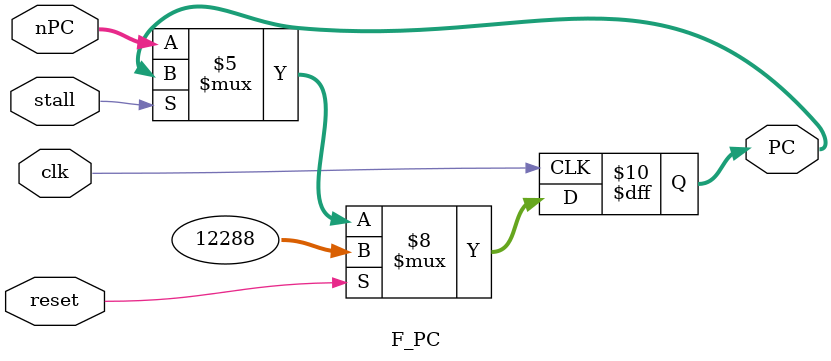
<source format=v>
`timescale 1ns / 1ps 

module F_PC(
    input [31:0] nPC,
    input clk,
    input reset,
	input stall,
    output reg[31:0] PC
    );
	 
	initial begin
		PC = 32'h00003000;
	end

	always @(posedge clk) begin
		if(reset) begin
			PC <= 32'h00003000;
		end
		else if (!stall) begin
			PC <= nPC;
		end
		else begin
			PC <= PC;
		end
	end
	
endmodule

</source>
